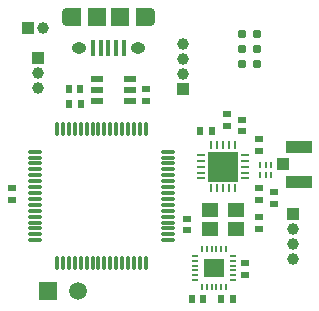
<source format=gts>
G04*
G04 #@! TF.GenerationSoftware,Altium Limited,Altium Designer,19.1.7 (138)*
G04*
G04 Layer_Color=8388736*
%FSLAX44Y44*%
%MOMM*%
G71*
G01*
G75*
%ADD15R,0.7000X0.6000*%
%ADD16R,1.0500X0.6000*%
%ADD17O,0.7000X0.2500*%
%ADD18O,0.2500X0.7000*%
%ADD19R,2.6000X2.6000*%
%ADD20R,0.6000X0.7000*%
%ADD21O,0.3000X1.3000*%
%ADD22O,1.3000X0.3000*%
%ADD23R,0.4000X1.3500*%
%ADD24R,1.5000X1.5500*%
%ADD25R,1.4000X1.2000*%
%ADD26R,0.2500X0.5500*%
%ADD27R,1.7000X1.5400*%
%ADD28O,0.2000X0.6500*%
%ADD29O,0.6500X0.2000*%
%ADD30R,1.0500X1.0000*%
%ADD31R,2.2000X1.0500*%
%ADD32R,1.2000X1.5500*%
%ADD33R,1.2000X1.5500*%
%ADD34C,0.7874*%
%ADD35R,1.0000X1.0000*%
%ADD36C,1.0000*%
%ADD37R,1.0000X1.0000*%
%ADD38O,1.2500X0.9500*%
%ADD39O,0.9000X1.5500*%
%ADD40C,1.5000*%
%ADD41R,1.5000X1.5000*%
%ADD42C,0.5000*%
D15*
X1179830Y741252D02*
D03*
Y751252D02*
D03*
X957834Y744808D02*
D03*
Y754808D02*
D03*
X1166970Y796210D02*
D03*
Y786210D02*
D03*
X1152660Y812720D02*
D03*
Y802720D02*
D03*
X1140460Y817292D02*
D03*
Y807292D02*
D03*
X1155700Y690880D02*
D03*
Y680880D02*
D03*
X1166970Y744380D02*
D03*
Y754380D02*
D03*
X1106170Y718900D02*
D03*
Y728900D02*
D03*
X1166970Y730090D02*
D03*
Y720090D02*
D03*
X1071626Y828374D02*
D03*
Y838374D02*
D03*
D16*
X1030190Y828446D02*
D03*
Y837946D02*
D03*
Y847446D02*
D03*
X1057690D02*
D03*
Y837946D02*
D03*
Y828446D02*
D03*
D17*
X1118150Y782880D02*
D03*
Y777880D02*
D03*
Y772880D02*
D03*
Y767880D02*
D03*
Y762880D02*
D03*
X1155150D02*
D03*
Y767880D02*
D03*
Y772880D02*
D03*
Y777880D02*
D03*
Y782880D02*
D03*
D18*
X1126650Y754380D02*
D03*
X1131650D02*
D03*
X1136650D02*
D03*
X1141650D02*
D03*
X1146650D02*
D03*
Y791380D02*
D03*
X1141650D02*
D03*
X1136650D02*
D03*
X1131650D02*
D03*
X1126650D02*
D03*
D19*
X1136650Y772880D02*
D03*
D20*
X1110060Y660400D02*
D03*
X1120060D02*
D03*
X1005920Y838454D02*
D03*
X1015920D02*
D03*
X1117600Y802640D02*
D03*
X1127600D02*
D03*
X1135380Y660400D02*
D03*
X1145380D02*
D03*
X1016174Y826008D02*
D03*
X1006174D02*
D03*
D21*
X996280Y804530D02*
D03*
X1001280D02*
D03*
X1006280D02*
D03*
X1011280D02*
D03*
X1016280D02*
D03*
X1021280D02*
D03*
X1026280D02*
D03*
X1031280D02*
D03*
X1036280D02*
D03*
X1041280D02*
D03*
X1046280D02*
D03*
X1051280D02*
D03*
X1056280D02*
D03*
X1061280D02*
D03*
X1066280D02*
D03*
X1071280D02*
D03*
Y691530D02*
D03*
X1066280D02*
D03*
X1061280D02*
D03*
X1056280D02*
D03*
X1051280D02*
D03*
X1046280D02*
D03*
X1041280D02*
D03*
X1036280D02*
D03*
X1031280D02*
D03*
X1026280D02*
D03*
X1021280D02*
D03*
X1016280D02*
D03*
X1011280D02*
D03*
X1006280D02*
D03*
X1001280D02*
D03*
X996280D02*
D03*
D22*
X1090280Y785530D02*
D03*
Y780530D02*
D03*
Y775530D02*
D03*
Y770530D02*
D03*
Y765530D02*
D03*
Y760530D02*
D03*
Y755530D02*
D03*
Y750530D02*
D03*
Y745530D02*
D03*
Y740530D02*
D03*
Y735530D02*
D03*
Y730530D02*
D03*
Y725530D02*
D03*
Y720530D02*
D03*
Y715530D02*
D03*
Y710530D02*
D03*
X977280D02*
D03*
Y715530D02*
D03*
Y720530D02*
D03*
Y725530D02*
D03*
Y730530D02*
D03*
Y735530D02*
D03*
Y740530D02*
D03*
Y745530D02*
D03*
Y750530D02*
D03*
Y755530D02*
D03*
Y760530D02*
D03*
Y765530D02*
D03*
Y770530D02*
D03*
Y775530D02*
D03*
Y780530D02*
D03*
Y785530D02*
D03*
D23*
X1052674Y872922D02*
D03*
X1046174D02*
D03*
X1039674D02*
D03*
X1033174D02*
D03*
X1026674D02*
D03*
D24*
X1049674Y899922D02*
D03*
X1029674D02*
D03*
D25*
X1147478Y735802D02*
D03*
Y719802D02*
D03*
X1125478Y735802D02*
D03*
Y719802D02*
D03*
D26*
X1177718Y774446D02*
D03*
X1172718D02*
D03*
X1167718D02*
D03*
Y765946D02*
D03*
X1172718D02*
D03*
X1177718D02*
D03*
D27*
X1129030Y687070D02*
D03*
D28*
X1119030Y702820D02*
D03*
X1123030D02*
D03*
X1127030D02*
D03*
X1131030D02*
D03*
X1135030D02*
D03*
X1139030D02*
D03*
Y671320D02*
D03*
X1135030D02*
D03*
X1131030D02*
D03*
X1127030D02*
D03*
X1123030D02*
D03*
X1119030D02*
D03*
D29*
X1144780Y697070D02*
D03*
Y693070D02*
D03*
Y689070D02*
D03*
Y685070D02*
D03*
Y681070D02*
D03*
Y677070D02*
D03*
X1113280D02*
D03*
Y681070D02*
D03*
Y685070D02*
D03*
Y689070D02*
D03*
Y693070D02*
D03*
Y697070D02*
D03*
D30*
X1187658Y774954D02*
D03*
D31*
X1200658Y760204D02*
D03*
Y789704D02*
D03*
D32*
X1068674Y899922D02*
D03*
D33*
X1010674Y899922D02*
D03*
D34*
X1165098Y859790D02*
D03*
X1152398D02*
D03*
X1165098Y872490D02*
D03*
X1152398D02*
D03*
X1165098Y885190D02*
D03*
X1152398D02*
D03*
D35*
X971804Y890016D02*
D03*
D36*
X984504D02*
D03*
X979932Y839724D02*
D03*
Y852424D02*
D03*
X1102868Y850900D02*
D03*
Y863600D02*
D03*
Y876300D02*
D03*
X1195832Y694436D02*
D03*
Y707136D02*
D03*
Y719836D02*
D03*
D37*
X979932Y865124D02*
D03*
X1102868Y838200D02*
D03*
X1195832Y732536D02*
D03*
D38*
X1014674Y872922D02*
D03*
X1064674D02*
D03*
D39*
X1004674Y899922D02*
D03*
X1074674D02*
D03*
D40*
X1013968Y667766D02*
D03*
D41*
X988568D02*
D03*
D42*
X1131150Y778380D02*
D03*
X1142150D02*
D03*
X1131150Y767380D02*
D03*
X1142150D02*
D03*
M02*

</source>
